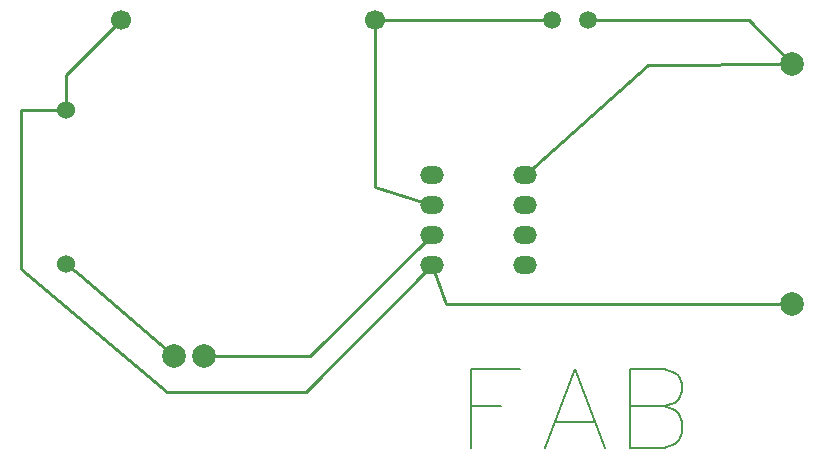
<source format=gtl>
G04 Layer: TopLayer*
G04 EasyEDA v6.5.22, 2022-12-06 12:39:29*
G04 c6db78ffc0bd48839a298bbcf34fffd3,807727dff0ce494184415f470db24245,10*
G04 Gerber Generator version 0.2*
G04 Scale: 100 percent, Rotated: No, Reflected: No *
G04 Dimensions in millimeters *
G04 leading zeros omitted , absolute positions ,4 integer and 5 decimal *
%FSLAX45Y45*%
%MOMM*%

%ADD10C,0.2030*%
%ADD11C,0.2540*%
%ADD12C,2.0000*%
%ADD13C,1.5240*%
%ADD14C,1.5000*%
%ADD15C,1.7000*%
%ADD16O,1.9999959999999999X1.524*%

%LPD*%
D10*
X5118100Y2458973D02*
G01*
X5118100Y1790700D01*
X5118100Y2458973D02*
G01*
X5531611Y2458973D01*
X5118100Y2140712D02*
G01*
X5372608Y2140712D01*
X5996177Y2458973D02*
G01*
X5741670Y1790700D01*
X5996177Y2458973D02*
G01*
X6250940Y1790700D01*
X5837174Y2013457D02*
G01*
X6155436Y2013457D01*
X6460743Y2458973D02*
G01*
X6460743Y1790700D01*
X6460743Y2458973D02*
G01*
X6747256Y2458973D01*
X6842759Y2427223D01*
X6874509Y2395220D01*
X6906259Y2331720D01*
X6906259Y2267965D01*
X6874509Y2204465D01*
X6842759Y2172715D01*
X6747256Y2140712D01*
X6460743Y2140712D02*
G01*
X6747256Y2140712D01*
X6842759Y2108962D01*
X6874509Y2077212D01*
X6906259Y2013457D01*
X6906259Y1917954D01*
X6874509Y1854454D01*
X6842759Y1822704D01*
X6747256Y1790700D01*
X6460743Y1790700D01*
D11*
X1689100Y4650486D02*
G01*
X1308100Y4648200D01*
X1308100Y3302000D01*
X2540000Y2260600D01*
X3721100Y2260600D01*
X4786629Y3340100D01*
X5576595Y4102100D02*
G01*
X6616700Y5029200D01*
X7835889Y5043396D01*
X7835902Y3007360D02*
G01*
X4902200Y3009900D01*
X4786607Y3340100D01*
X4786609Y3848100D02*
G01*
X4305300Y4000500D01*
X4300804Y5410200D01*
X1689100Y3350488D02*
G01*
X1803400Y3251200D01*
X2605509Y2565400D01*
X4300804Y5410200D02*
G01*
X5806292Y5410200D01*
X4786607Y3594100D02*
G01*
X3757907Y2565400D01*
X2859509Y2565400D01*
X6106289Y5410200D02*
G01*
X7469101Y5410200D01*
X7835902Y5043398D01*
X2150795Y5410200D02*
G01*
X1689100Y4948504D01*
X1689100Y4650488D01*
D12*
G01*
X7835889Y3008398D03*
G01*
X7835889Y5043396D03*
G01*
X2605498Y2565407D03*
G01*
X2859498Y2565407D03*
D13*
G01*
X1689100Y4650498D03*
G01*
X1689100Y3350501D03*
D14*
G01*
X6106292Y5410205D03*
G01*
X5806292Y5410205D03*
D15*
G01*
X2150795Y5410200D03*
G01*
X4300804Y5410200D03*
D16*
G01*
X4786604Y4102100D03*
G01*
X5576595Y4102100D03*
G01*
X4786604Y3848100D03*
G01*
X5576595Y3848100D03*
G01*
X4786604Y3594100D03*
G01*
X5576595Y3594100D03*
G01*
X4786604Y3340100D03*
G01*
X5576595Y3340100D03*
M02*

</source>
